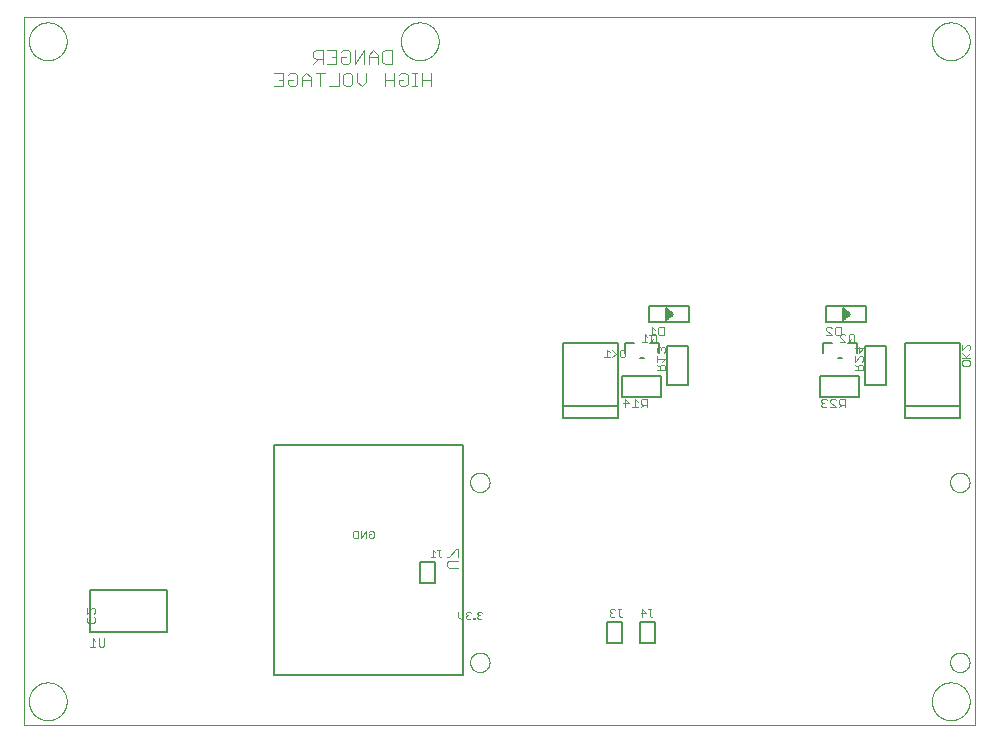
<source format=gbo>
G75*
%MOIN*%
%OFA0B0*%
%FSLAX25Y25*%
%IPPOS*%
%LPD*%
%AMOC8*
5,1,8,0,0,1.08239X$1,22.5*
%
%ADD10C,0.00000*%
%ADD11C,0.00300*%
%ADD12C,0.00400*%
%ADD13C,0.00500*%
%ADD14C,0.00600*%
%ADD15C,0.00200*%
%ADD16C,0.00800*%
D10*
X0006435Y0031850D02*
X0323435Y0031850D01*
X0323435Y0267850D01*
X0006435Y0267850D01*
X0006435Y0031850D01*
X0008136Y0039850D02*
X0008138Y0040008D01*
X0008144Y0040166D01*
X0008154Y0040324D01*
X0008168Y0040482D01*
X0008186Y0040639D01*
X0008207Y0040796D01*
X0008233Y0040952D01*
X0008263Y0041108D01*
X0008296Y0041263D01*
X0008334Y0041416D01*
X0008375Y0041569D01*
X0008420Y0041721D01*
X0008469Y0041872D01*
X0008522Y0042021D01*
X0008578Y0042169D01*
X0008638Y0042315D01*
X0008702Y0042460D01*
X0008770Y0042603D01*
X0008841Y0042745D01*
X0008915Y0042885D01*
X0008993Y0043022D01*
X0009075Y0043158D01*
X0009159Y0043292D01*
X0009248Y0043423D01*
X0009339Y0043552D01*
X0009434Y0043679D01*
X0009531Y0043804D01*
X0009632Y0043926D01*
X0009736Y0044045D01*
X0009843Y0044162D01*
X0009953Y0044276D01*
X0010066Y0044387D01*
X0010181Y0044496D01*
X0010299Y0044601D01*
X0010420Y0044703D01*
X0010543Y0044803D01*
X0010669Y0044899D01*
X0010797Y0044992D01*
X0010927Y0045082D01*
X0011060Y0045168D01*
X0011195Y0045252D01*
X0011331Y0045331D01*
X0011470Y0045408D01*
X0011611Y0045480D01*
X0011753Y0045550D01*
X0011897Y0045615D01*
X0012043Y0045677D01*
X0012190Y0045735D01*
X0012339Y0045790D01*
X0012489Y0045841D01*
X0012640Y0045888D01*
X0012792Y0045931D01*
X0012945Y0045970D01*
X0013100Y0046006D01*
X0013255Y0046037D01*
X0013411Y0046065D01*
X0013567Y0046089D01*
X0013724Y0046109D01*
X0013882Y0046125D01*
X0014039Y0046137D01*
X0014198Y0046145D01*
X0014356Y0046149D01*
X0014514Y0046149D01*
X0014672Y0046145D01*
X0014831Y0046137D01*
X0014988Y0046125D01*
X0015146Y0046109D01*
X0015303Y0046089D01*
X0015459Y0046065D01*
X0015615Y0046037D01*
X0015770Y0046006D01*
X0015925Y0045970D01*
X0016078Y0045931D01*
X0016230Y0045888D01*
X0016381Y0045841D01*
X0016531Y0045790D01*
X0016680Y0045735D01*
X0016827Y0045677D01*
X0016973Y0045615D01*
X0017117Y0045550D01*
X0017259Y0045480D01*
X0017400Y0045408D01*
X0017539Y0045331D01*
X0017675Y0045252D01*
X0017810Y0045168D01*
X0017943Y0045082D01*
X0018073Y0044992D01*
X0018201Y0044899D01*
X0018327Y0044803D01*
X0018450Y0044703D01*
X0018571Y0044601D01*
X0018689Y0044496D01*
X0018804Y0044387D01*
X0018917Y0044276D01*
X0019027Y0044162D01*
X0019134Y0044045D01*
X0019238Y0043926D01*
X0019339Y0043804D01*
X0019436Y0043679D01*
X0019531Y0043552D01*
X0019622Y0043423D01*
X0019711Y0043292D01*
X0019795Y0043158D01*
X0019877Y0043022D01*
X0019955Y0042885D01*
X0020029Y0042745D01*
X0020100Y0042603D01*
X0020168Y0042460D01*
X0020232Y0042315D01*
X0020292Y0042169D01*
X0020348Y0042021D01*
X0020401Y0041872D01*
X0020450Y0041721D01*
X0020495Y0041569D01*
X0020536Y0041416D01*
X0020574Y0041263D01*
X0020607Y0041108D01*
X0020637Y0040952D01*
X0020663Y0040796D01*
X0020684Y0040639D01*
X0020702Y0040482D01*
X0020716Y0040324D01*
X0020726Y0040166D01*
X0020732Y0040008D01*
X0020734Y0039850D01*
X0020732Y0039692D01*
X0020726Y0039534D01*
X0020716Y0039376D01*
X0020702Y0039218D01*
X0020684Y0039061D01*
X0020663Y0038904D01*
X0020637Y0038748D01*
X0020607Y0038592D01*
X0020574Y0038437D01*
X0020536Y0038284D01*
X0020495Y0038131D01*
X0020450Y0037979D01*
X0020401Y0037828D01*
X0020348Y0037679D01*
X0020292Y0037531D01*
X0020232Y0037385D01*
X0020168Y0037240D01*
X0020100Y0037097D01*
X0020029Y0036955D01*
X0019955Y0036815D01*
X0019877Y0036678D01*
X0019795Y0036542D01*
X0019711Y0036408D01*
X0019622Y0036277D01*
X0019531Y0036148D01*
X0019436Y0036021D01*
X0019339Y0035896D01*
X0019238Y0035774D01*
X0019134Y0035655D01*
X0019027Y0035538D01*
X0018917Y0035424D01*
X0018804Y0035313D01*
X0018689Y0035204D01*
X0018571Y0035099D01*
X0018450Y0034997D01*
X0018327Y0034897D01*
X0018201Y0034801D01*
X0018073Y0034708D01*
X0017943Y0034618D01*
X0017810Y0034532D01*
X0017675Y0034448D01*
X0017539Y0034369D01*
X0017400Y0034292D01*
X0017259Y0034220D01*
X0017117Y0034150D01*
X0016973Y0034085D01*
X0016827Y0034023D01*
X0016680Y0033965D01*
X0016531Y0033910D01*
X0016381Y0033859D01*
X0016230Y0033812D01*
X0016078Y0033769D01*
X0015925Y0033730D01*
X0015770Y0033694D01*
X0015615Y0033663D01*
X0015459Y0033635D01*
X0015303Y0033611D01*
X0015146Y0033591D01*
X0014988Y0033575D01*
X0014831Y0033563D01*
X0014672Y0033555D01*
X0014514Y0033551D01*
X0014356Y0033551D01*
X0014198Y0033555D01*
X0014039Y0033563D01*
X0013882Y0033575D01*
X0013724Y0033591D01*
X0013567Y0033611D01*
X0013411Y0033635D01*
X0013255Y0033663D01*
X0013100Y0033694D01*
X0012945Y0033730D01*
X0012792Y0033769D01*
X0012640Y0033812D01*
X0012489Y0033859D01*
X0012339Y0033910D01*
X0012190Y0033965D01*
X0012043Y0034023D01*
X0011897Y0034085D01*
X0011753Y0034150D01*
X0011611Y0034220D01*
X0011470Y0034292D01*
X0011331Y0034369D01*
X0011195Y0034448D01*
X0011060Y0034532D01*
X0010927Y0034618D01*
X0010797Y0034708D01*
X0010669Y0034801D01*
X0010543Y0034897D01*
X0010420Y0034997D01*
X0010299Y0035099D01*
X0010181Y0035204D01*
X0010066Y0035313D01*
X0009953Y0035424D01*
X0009843Y0035538D01*
X0009736Y0035655D01*
X0009632Y0035774D01*
X0009531Y0035896D01*
X0009434Y0036021D01*
X0009339Y0036148D01*
X0009248Y0036277D01*
X0009159Y0036408D01*
X0009075Y0036542D01*
X0008993Y0036678D01*
X0008915Y0036815D01*
X0008841Y0036955D01*
X0008770Y0037097D01*
X0008702Y0037240D01*
X0008638Y0037385D01*
X0008578Y0037531D01*
X0008522Y0037679D01*
X0008469Y0037828D01*
X0008420Y0037979D01*
X0008375Y0038131D01*
X0008334Y0038284D01*
X0008296Y0038437D01*
X0008263Y0038592D01*
X0008233Y0038748D01*
X0008207Y0038904D01*
X0008186Y0039061D01*
X0008168Y0039218D01*
X0008154Y0039376D01*
X0008144Y0039534D01*
X0008138Y0039692D01*
X0008136Y0039850D01*
X0155185Y0052850D02*
X0155187Y0052963D01*
X0155193Y0053077D01*
X0155203Y0053190D01*
X0155217Y0053302D01*
X0155234Y0053414D01*
X0155256Y0053526D01*
X0155282Y0053636D01*
X0155311Y0053746D01*
X0155344Y0053854D01*
X0155381Y0053962D01*
X0155422Y0054067D01*
X0155466Y0054172D01*
X0155514Y0054275D01*
X0155565Y0054376D01*
X0155620Y0054475D01*
X0155679Y0054572D01*
X0155741Y0054667D01*
X0155806Y0054760D01*
X0155874Y0054851D01*
X0155945Y0054939D01*
X0156020Y0055025D01*
X0156097Y0055108D01*
X0156177Y0055188D01*
X0156260Y0055265D01*
X0156346Y0055340D01*
X0156434Y0055411D01*
X0156525Y0055479D01*
X0156618Y0055544D01*
X0156713Y0055606D01*
X0156810Y0055665D01*
X0156909Y0055720D01*
X0157010Y0055771D01*
X0157113Y0055819D01*
X0157218Y0055863D01*
X0157323Y0055904D01*
X0157431Y0055941D01*
X0157539Y0055974D01*
X0157649Y0056003D01*
X0157759Y0056029D01*
X0157871Y0056051D01*
X0157983Y0056068D01*
X0158095Y0056082D01*
X0158208Y0056092D01*
X0158322Y0056098D01*
X0158435Y0056100D01*
X0158548Y0056098D01*
X0158662Y0056092D01*
X0158775Y0056082D01*
X0158887Y0056068D01*
X0158999Y0056051D01*
X0159111Y0056029D01*
X0159221Y0056003D01*
X0159331Y0055974D01*
X0159439Y0055941D01*
X0159547Y0055904D01*
X0159652Y0055863D01*
X0159757Y0055819D01*
X0159860Y0055771D01*
X0159961Y0055720D01*
X0160060Y0055665D01*
X0160157Y0055606D01*
X0160252Y0055544D01*
X0160345Y0055479D01*
X0160436Y0055411D01*
X0160524Y0055340D01*
X0160610Y0055265D01*
X0160693Y0055188D01*
X0160773Y0055108D01*
X0160850Y0055025D01*
X0160925Y0054939D01*
X0160996Y0054851D01*
X0161064Y0054760D01*
X0161129Y0054667D01*
X0161191Y0054572D01*
X0161250Y0054475D01*
X0161305Y0054376D01*
X0161356Y0054275D01*
X0161404Y0054172D01*
X0161448Y0054067D01*
X0161489Y0053962D01*
X0161526Y0053854D01*
X0161559Y0053746D01*
X0161588Y0053636D01*
X0161614Y0053526D01*
X0161636Y0053414D01*
X0161653Y0053302D01*
X0161667Y0053190D01*
X0161677Y0053077D01*
X0161683Y0052963D01*
X0161685Y0052850D01*
X0161683Y0052737D01*
X0161677Y0052623D01*
X0161667Y0052510D01*
X0161653Y0052398D01*
X0161636Y0052286D01*
X0161614Y0052174D01*
X0161588Y0052064D01*
X0161559Y0051954D01*
X0161526Y0051846D01*
X0161489Y0051738D01*
X0161448Y0051633D01*
X0161404Y0051528D01*
X0161356Y0051425D01*
X0161305Y0051324D01*
X0161250Y0051225D01*
X0161191Y0051128D01*
X0161129Y0051033D01*
X0161064Y0050940D01*
X0160996Y0050849D01*
X0160925Y0050761D01*
X0160850Y0050675D01*
X0160773Y0050592D01*
X0160693Y0050512D01*
X0160610Y0050435D01*
X0160524Y0050360D01*
X0160436Y0050289D01*
X0160345Y0050221D01*
X0160252Y0050156D01*
X0160157Y0050094D01*
X0160060Y0050035D01*
X0159961Y0049980D01*
X0159860Y0049929D01*
X0159757Y0049881D01*
X0159652Y0049837D01*
X0159547Y0049796D01*
X0159439Y0049759D01*
X0159331Y0049726D01*
X0159221Y0049697D01*
X0159111Y0049671D01*
X0158999Y0049649D01*
X0158887Y0049632D01*
X0158775Y0049618D01*
X0158662Y0049608D01*
X0158548Y0049602D01*
X0158435Y0049600D01*
X0158322Y0049602D01*
X0158208Y0049608D01*
X0158095Y0049618D01*
X0157983Y0049632D01*
X0157871Y0049649D01*
X0157759Y0049671D01*
X0157649Y0049697D01*
X0157539Y0049726D01*
X0157431Y0049759D01*
X0157323Y0049796D01*
X0157218Y0049837D01*
X0157113Y0049881D01*
X0157010Y0049929D01*
X0156909Y0049980D01*
X0156810Y0050035D01*
X0156713Y0050094D01*
X0156618Y0050156D01*
X0156525Y0050221D01*
X0156434Y0050289D01*
X0156346Y0050360D01*
X0156260Y0050435D01*
X0156177Y0050512D01*
X0156097Y0050592D01*
X0156020Y0050675D01*
X0155945Y0050761D01*
X0155874Y0050849D01*
X0155806Y0050940D01*
X0155741Y0051033D01*
X0155679Y0051128D01*
X0155620Y0051225D01*
X0155565Y0051324D01*
X0155514Y0051425D01*
X0155466Y0051528D01*
X0155422Y0051633D01*
X0155381Y0051738D01*
X0155344Y0051846D01*
X0155311Y0051954D01*
X0155282Y0052064D01*
X0155256Y0052174D01*
X0155234Y0052286D01*
X0155217Y0052398D01*
X0155203Y0052510D01*
X0155193Y0052623D01*
X0155187Y0052737D01*
X0155185Y0052850D01*
X0155185Y0112850D02*
X0155187Y0112963D01*
X0155193Y0113077D01*
X0155203Y0113190D01*
X0155217Y0113302D01*
X0155234Y0113414D01*
X0155256Y0113526D01*
X0155282Y0113636D01*
X0155311Y0113746D01*
X0155344Y0113854D01*
X0155381Y0113962D01*
X0155422Y0114067D01*
X0155466Y0114172D01*
X0155514Y0114275D01*
X0155565Y0114376D01*
X0155620Y0114475D01*
X0155679Y0114572D01*
X0155741Y0114667D01*
X0155806Y0114760D01*
X0155874Y0114851D01*
X0155945Y0114939D01*
X0156020Y0115025D01*
X0156097Y0115108D01*
X0156177Y0115188D01*
X0156260Y0115265D01*
X0156346Y0115340D01*
X0156434Y0115411D01*
X0156525Y0115479D01*
X0156618Y0115544D01*
X0156713Y0115606D01*
X0156810Y0115665D01*
X0156909Y0115720D01*
X0157010Y0115771D01*
X0157113Y0115819D01*
X0157218Y0115863D01*
X0157323Y0115904D01*
X0157431Y0115941D01*
X0157539Y0115974D01*
X0157649Y0116003D01*
X0157759Y0116029D01*
X0157871Y0116051D01*
X0157983Y0116068D01*
X0158095Y0116082D01*
X0158208Y0116092D01*
X0158322Y0116098D01*
X0158435Y0116100D01*
X0158548Y0116098D01*
X0158662Y0116092D01*
X0158775Y0116082D01*
X0158887Y0116068D01*
X0158999Y0116051D01*
X0159111Y0116029D01*
X0159221Y0116003D01*
X0159331Y0115974D01*
X0159439Y0115941D01*
X0159547Y0115904D01*
X0159652Y0115863D01*
X0159757Y0115819D01*
X0159860Y0115771D01*
X0159961Y0115720D01*
X0160060Y0115665D01*
X0160157Y0115606D01*
X0160252Y0115544D01*
X0160345Y0115479D01*
X0160436Y0115411D01*
X0160524Y0115340D01*
X0160610Y0115265D01*
X0160693Y0115188D01*
X0160773Y0115108D01*
X0160850Y0115025D01*
X0160925Y0114939D01*
X0160996Y0114851D01*
X0161064Y0114760D01*
X0161129Y0114667D01*
X0161191Y0114572D01*
X0161250Y0114475D01*
X0161305Y0114376D01*
X0161356Y0114275D01*
X0161404Y0114172D01*
X0161448Y0114067D01*
X0161489Y0113962D01*
X0161526Y0113854D01*
X0161559Y0113746D01*
X0161588Y0113636D01*
X0161614Y0113526D01*
X0161636Y0113414D01*
X0161653Y0113302D01*
X0161667Y0113190D01*
X0161677Y0113077D01*
X0161683Y0112963D01*
X0161685Y0112850D01*
X0161683Y0112737D01*
X0161677Y0112623D01*
X0161667Y0112510D01*
X0161653Y0112398D01*
X0161636Y0112286D01*
X0161614Y0112174D01*
X0161588Y0112064D01*
X0161559Y0111954D01*
X0161526Y0111846D01*
X0161489Y0111738D01*
X0161448Y0111633D01*
X0161404Y0111528D01*
X0161356Y0111425D01*
X0161305Y0111324D01*
X0161250Y0111225D01*
X0161191Y0111128D01*
X0161129Y0111033D01*
X0161064Y0110940D01*
X0160996Y0110849D01*
X0160925Y0110761D01*
X0160850Y0110675D01*
X0160773Y0110592D01*
X0160693Y0110512D01*
X0160610Y0110435D01*
X0160524Y0110360D01*
X0160436Y0110289D01*
X0160345Y0110221D01*
X0160252Y0110156D01*
X0160157Y0110094D01*
X0160060Y0110035D01*
X0159961Y0109980D01*
X0159860Y0109929D01*
X0159757Y0109881D01*
X0159652Y0109837D01*
X0159547Y0109796D01*
X0159439Y0109759D01*
X0159331Y0109726D01*
X0159221Y0109697D01*
X0159111Y0109671D01*
X0158999Y0109649D01*
X0158887Y0109632D01*
X0158775Y0109618D01*
X0158662Y0109608D01*
X0158548Y0109602D01*
X0158435Y0109600D01*
X0158322Y0109602D01*
X0158208Y0109608D01*
X0158095Y0109618D01*
X0157983Y0109632D01*
X0157871Y0109649D01*
X0157759Y0109671D01*
X0157649Y0109697D01*
X0157539Y0109726D01*
X0157431Y0109759D01*
X0157323Y0109796D01*
X0157218Y0109837D01*
X0157113Y0109881D01*
X0157010Y0109929D01*
X0156909Y0109980D01*
X0156810Y0110035D01*
X0156713Y0110094D01*
X0156618Y0110156D01*
X0156525Y0110221D01*
X0156434Y0110289D01*
X0156346Y0110360D01*
X0156260Y0110435D01*
X0156177Y0110512D01*
X0156097Y0110592D01*
X0156020Y0110675D01*
X0155945Y0110761D01*
X0155874Y0110849D01*
X0155806Y0110940D01*
X0155741Y0111033D01*
X0155679Y0111128D01*
X0155620Y0111225D01*
X0155565Y0111324D01*
X0155514Y0111425D01*
X0155466Y0111528D01*
X0155422Y0111633D01*
X0155381Y0111738D01*
X0155344Y0111846D01*
X0155311Y0111954D01*
X0155282Y0112064D01*
X0155256Y0112174D01*
X0155234Y0112286D01*
X0155217Y0112398D01*
X0155203Y0112510D01*
X0155193Y0112623D01*
X0155187Y0112737D01*
X0155185Y0112850D01*
X0309136Y0039850D02*
X0309138Y0040008D01*
X0309144Y0040166D01*
X0309154Y0040324D01*
X0309168Y0040482D01*
X0309186Y0040639D01*
X0309207Y0040796D01*
X0309233Y0040952D01*
X0309263Y0041108D01*
X0309296Y0041263D01*
X0309334Y0041416D01*
X0309375Y0041569D01*
X0309420Y0041721D01*
X0309469Y0041872D01*
X0309522Y0042021D01*
X0309578Y0042169D01*
X0309638Y0042315D01*
X0309702Y0042460D01*
X0309770Y0042603D01*
X0309841Y0042745D01*
X0309915Y0042885D01*
X0309993Y0043022D01*
X0310075Y0043158D01*
X0310159Y0043292D01*
X0310248Y0043423D01*
X0310339Y0043552D01*
X0310434Y0043679D01*
X0310531Y0043804D01*
X0310632Y0043926D01*
X0310736Y0044045D01*
X0310843Y0044162D01*
X0310953Y0044276D01*
X0311066Y0044387D01*
X0311181Y0044496D01*
X0311299Y0044601D01*
X0311420Y0044703D01*
X0311543Y0044803D01*
X0311669Y0044899D01*
X0311797Y0044992D01*
X0311927Y0045082D01*
X0312060Y0045168D01*
X0312195Y0045252D01*
X0312331Y0045331D01*
X0312470Y0045408D01*
X0312611Y0045480D01*
X0312753Y0045550D01*
X0312897Y0045615D01*
X0313043Y0045677D01*
X0313190Y0045735D01*
X0313339Y0045790D01*
X0313489Y0045841D01*
X0313640Y0045888D01*
X0313792Y0045931D01*
X0313945Y0045970D01*
X0314100Y0046006D01*
X0314255Y0046037D01*
X0314411Y0046065D01*
X0314567Y0046089D01*
X0314724Y0046109D01*
X0314882Y0046125D01*
X0315039Y0046137D01*
X0315198Y0046145D01*
X0315356Y0046149D01*
X0315514Y0046149D01*
X0315672Y0046145D01*
X0315831Y0046137D01*
X0315988Y0046125D01*
X0316146Y0046109D01*
X0316303Y0046089D01*
X0316459Y0046065D01*
X0316615Y0046037D01*
X0316770Y0046006D01*
X0316925Y0045970D01*
X0317078Y0045931D01*
X0317230Y0045888D01*
X0317381Y0045841D01*
X0317531Y0045790D01*
X0317680Y0045735D01*
X0317827Y0045677D01*
X0317973Y0045615D01*
X0318117Y0045550D01*
X0318259Y0045480D01*
X0318400Y0045408D01*
X0318539Y0045331D01*
X0318675Y0045252D01*
X0318810Y0045168D01*
X0318943Y0045082D01*
X0319073Y0044992D01*
X0319201Y0044899D01*
X0319327Y0044803D01*
X0319450Y0044703D01*
X0319571Y0044601D01*
X0319689Y0044496D01*
X0319804Y0044387D01*
X0319917Y0044276D01*
X0320027Y0044162D01*
X0320134Y0044045D01*
X0320238Y0043926D01*
X0320339Y0043804D01*
X0320436Y0043679D01*
X0320531Y0043552D01*
X0320622Y0043423D01*
X0320711Y0043292D01*
X0320795Y0043158D01*
X0320877Y0043022D01*
X0320955Y0042885D01*
X0321029Y0042745D01*
X0321100Y0042603D01*
X0321168Y0042460D01*
X0321232Y0042315D01*
X0321292Y0042169D01*
X0321348Y0042021D01*
X0321401Y0041872D01*
X0321450Y0041721D01*
X0321495Y0041569D01*
X0321536Y0041416D01*
X0321574Y0041263D01*
X0321607Y0041108D01*
X0321637Y0040952D01*
X0321663Y0040796D01*
X0321684Y0040639D01*
X0321702Y0040482D01*
X0321716Y0040324D01*
X0321726Y0040166D01*
X0321732Y0040008D01*
X0321734Y0039850D01*
X0321732Y0039692D01*
X0321726Y0039534D01*
X0321716Y0039376D01*
X0321702Y0039218D01*
X0321684Y0039061D01*
X0321663Y0038904D01*
X0321637Y0038748D01*
X0321607Y0038592D01*
X0321574Y0038437D01*
X0321536Y0038284D01*
X0321495Y0038131D01*
X0321450Y0037979D01*
X0321401Y0037828D01*
X0321348Y0037679D01*
X0321292Y0037531D01*
X0321232Y0037385D01*
X0321168Y0037240D01*
X0321100Y0037097D01*
X0321029Y0036955D01*
X0320955Y0036815D01*
X0320877Y0036678D01*
X0320795Y0036542D01*
X0320711Y0036408D01*
X0320622Y0036277D01*
X0320531Y0036148D01*
X0320436Y0036021D01*
X0320339Y0035896D01*
X0320238Y0035774D01*
X0320134Y0035655D01*
X0320027Y0035538D01*
X0319917Y0035424D01*
X0319804Y0035313D01*
X0319689Y0035204D01*
X0319571Y0035099D01*
X0319450Y0034997D01*
X0319327Y0034897D01*
X0319201Y0034801D01*
X0319073Y0034708D01*
X0318943Y0034618D01*
X0318810Y0034532D01*
X0318675Y0034448D01*
X0318539Y0034369D01*
X0318400Y0034292D01*
X0318259Y0034220D01*
X0318117Y0034150D01*
X0317973Y0034085D01*
X0317827Y0034023D01*
X0317680Y0033965D01*
X0317531Y0033910D01*
X0317381Y0033859D01*
X0317230Y0033812D01*
X0317078Y0033769D01*
X0316925Y0033730D01*
X0316770Y0033694D01*
X0316615Y0033663D01*
X0316459Y0033635D01*
X0316303Y0033611D01*
X0316146Y0033591D01*
X0315988Y0033575D01*
X0315831Y0033563D01*
X0315672Y0033555D01*
X0315514Y0033551D01*
X0315356Y0033551D01*
X0315198Y0033555D01*
X0315039Y0033563D01*
X0314882Y0033575D01*
X0314724Y0033591D01*
X0314567Y0033611D01*
X0314411Y0033635D01*
X0314255Y0033663D01*
X0314100Y0033694D01*
X0313945Y0033730D01*
X0313792Y0033769D01*
X0313640Y0033812D01*
X0313489Y0033859D01*
X0313339Y0033910D01*
X0313190Y0033965D01*
X0313043Y0034023D01*
X0312897Y0034085D01*
X0312753Y0034150D01*
X0312611Y0034220D01*
X0312470Y0034292D01*
X0312331Y0034369D01*
X0312195Y0034448D01*
X0312060Y0034532D01*
X0311927Y0034618D01*
X0311797Y0034708D01*
X0311669Y0034801D01*
X0311543Y0034897D01*
X0311420Y0034997D01*
X0311299Y0035099D01*
X0311181Y0035204D01*
X0311066Y0035313D01*
X0310953Y0035424D01*
X0310843Y0035538D01*
X0310736Y0035655D01*
X0310632Y0035774D01*
X0310531Y0035896D01*
X0310434Y0036021D01*
X0310339Y0036148D01*
X0310248Y0036277D01*
X0310159Y0036408D01*
X0310075Y0036542D01*
X0309993Y0036678D01*
X0309915Y0036815D01*
X0309841Y0036955D01*
X0309770Y0037097D01*
X0309702Y0037240D01*
X0309638Y0037385D01*
X0309578Y0037531D01*
X0309522Y0037679D01*
X0309469Y0037828D01*
X0309420Y0037979D01*
X0309375Y0038131D01*
X0309334Y0038284D01*
X0309296Y0038437D01*
X0309263Y0038592D01*
X0309233Y0038748D01*
X0309207Y0038904D01*
X0309186Y0039061D01*
X0309168Y0039218D01*
X0309154Y0039376D01*
X0309144Y0039534D01*
X0309138Y0039692D01*
X0309136Y0039850D01*
X0315185Y0052850D02*
X0315187Y0052963D01*
X0315193Y0053077D01*
X0315203Y0053190D01*
X0315217Y0053302D01*
X0315234Y0053414D01*
X0315256Y0053526D01*
X0315282Y0053636D01*
X0315311Y0053746D01*
X0315344Y0053854D01*
X0315381Y0053962D01*
X0315422Y0054067D01*
X0315466Y0054172D01*
X0315514Y0054275D01*
X0315565Y0054376D01*
X0315620Y0054475D01*
X0315679Y0054572D01*
X0315741Y0054667D01*
X0315806Y0054760D01*
X0315874Y0054851D01*
X0315945Y0054939D01*
X0316020Y0055025D01*
X0316097Y0055108D01*
X0316177Y0055188D01*
X0316260Y0055265D01*
X0316346Y0055340D01*
X0316434Y0055411D01*
X0316525Y0055479D01*
X0316618Y0055544D01*
X0316713Y0055606D01*
X0316810Y0055665D01*
X0316909Y0055720D01*
X0317010Y0055771D01*
X0317113Y0055819D01*
X0317218Y0055863D01*
X0317323Y0055904D01*
X0317431Y0055941D01*
X0317539Y0055974D01*
X0317649Y0056003D01*
X0317759Y0056029D01*
X0317871Y0056051D01*
X0317983Y0056068D01*
X0318095Y0056082D01*
X0318208Y0056092D01*
X0318322Y0056098D01*
X0318435Y0056100D01*
X0318548Y0056098D01*
X0318662Y0056092D01*
X0318775Y0056082D01*
X0318887Y0056068D01*
X0318999Y0056051D01*
X0319111Y0056029D01*
X0319221Y0056003D01*
X0319331Y0055974D01*
X0319439Y0055941D01*
X0319547Y0055904D01*
X0319652Y0055863D01*
X0319757Y0055819D01*
X0319860Y0055771D01*
X0319961Y0055720D01*
X0320060Y0055665D01*
X0320157Y0055606D01*
X0320252Y0055544D01*
X0320345Y0055479D01*
X0320436Y0055411D01*
X0320524Y0055340D01*
X0320610Y0055265D01*
X0320693Y0055188D01*
X0320773Y0055108D01*
X0320850Y0055025D01*
X0320925Y0054939D01*
X0320996Y0054851D01*
X0321064Y0054760D01*
X0321129Y0054667D01*
X0321191Y0054572D01*
X0321250Y0054475D01*
X0321305Y0054376D01*
X0321356Y0054275D01*
X0321404Y0054172D01*
X0321448Y0054067D01*
X0321489Y0053962D01*
X0321526Y0053854D01*
X0321559Y0053746D01*
X0321588Y0053636D01*
X0321614Y0053526D01*
X0321636Y0053414D01*
X0321653Y0053302D01*
X0321667Y0053190D01*
X0321677Y0053077D01*
X0321683Y0052963D01*
X0321685Y0052850D01*
X0321683Y0052737D01*
X0321677Y0052623D01*
X0321667Y0052510D01*
X0321653Y0052398D01*
X0321636Y0052286D01*
X0321614Y0052174D01*
X0321588Y0052064D01*
X0321559Y0051954D01*
X0321526Y0051846D01*
X0321489Y0051738D01*
X0321448Y0051633D01*
X0321404Y0051528D01*
X0321356Y0051425D01*
X0321305Y0051324D01*
X0321250Y0051225D01*
X0321191Y0051128D01*
X0321129Y0051033D01*
X0321064Y0050940D01*
X0320996Y0050849D01*
X0320925Y0050761D01*
X0320850Y0050675D01*
X0320773Y0050592D01*
X0320693Y0050512D01*
X0320610Y0050435D01*
X0320524Y0050360D01*
X0320436Y0050289D01*
X0320345Y0050221D01*
X0320252Y0050156D01*
X0320157Y0050094D01*
X0320060Y0050035D01*
X0319961Y0049980D01*
X0319860Y0049929D01*
X0319757Y0049881D01*
X0319652Y0049837D01*
X0319547Y0049796D01*
X0319439Y0049759D01*
X0319331Y0049726D01*
X0319221Y0049697D01*
X0319111Y0049671D01*
X0318999Y0049649D01*
X0318887Y0049632D01*
X0318775Y0049618D01*
X0318662Y0049608D01*
X0318548Y0049602D01*
X0318435Y0049600D01*
X0318322Y0049602D01*
X0318208Y0049608D01*
X0318095Y0049618D01*
X0317983Y0049632D01*
X0317871Y0049649D01*
X0317759Y0049671D01*
X0317649Y0049697D01*
X0317539Y0049726D01*
X0317431Y0049759D01*
X0317323Y0049796D01*
X0317218Y0049837D01*
X0317113Y0049881D01*
X0317010Y0049929D01*
X0316909Y0049980D01*
X0316810Y0050035D01*
X0316713Y0050094D01*
X0316618Y0050156D01*
X0316525Y0050221D01*
X0316434Y0050289D01*
X0316346Y0050360D01*
X0316260Y0050435D01*
X0316177Y0050512D01*
X0316097Y0050592D01*
X0316020Y0050675D01*
X0315945Y0050761D01*
X0315874Y0050849D01*
X0315806Y0050940D01*
X0315741Y0051033D01*
X0315679Y0051128D01*
X0315620Y0051225D01*
X0315565Y0051324D01*
X0315514Y0051425D01*
X0315466Y0051528D01*
X0315422Y0051633D01*
X0315381Y0051738D01*
X0315344Y0051846D01*
X0315311Y0051954D01*
X0315282Y0052064D01*
X0315256Y0052174D01*
X0315234Y0052286D01*
X0315217Y0052398D01*
X0315203Y0052510D01*
X0315193Y0052623D01*
X0315187Y0052737D01*
X0315185Y0052850D01*
X0315185Y0112850D02*
X0315187Y0112963D01*
X0315193Y0113077D01*
X0315203Y0113190D01*
X0315217Y0113302D01*
X0315234Y0113414D01*
X0315256Y0113526D01*
X0315282Y0113636D01*
X0315311Y0113746D01*
X0315344Y0113854D01*
X0315381Y0113962D01*
X0315422Y0114067D01*
X0315466Y0114172D01*
X0315514Y0114275D01*
X0315565Y0114376D01*
X0315620Y0114475D01*
X0315679Y0114572D01*
X0315741Y0114667D01*
X0315806Y0114760D01*
X0315874Y0114851D01*
X0315945Y0114939D01*
X0316020Y0115025D01*
X0316097Y0115108D01*
X0316177Y0115188D01*
X0316260Y0115265D01*
X0316346Y0115340D01*
X0316434Y0115411D01*
X0316525Y0115479D01*
X0316618Y0115544D01*
X0316713Y0115606D01*
X0316810Y0115665D01*
X0316909Y0115720D01*
X0317010Y0115771D01*
X0317113Y0115819D01*
X0317218Y0115863D01*
X0317323Y0115904D01*
X0317431Y0115941D01*
X0317539Y0115974D01*
X0317649Y0116003D01*
X0317759Y0116029D01*
X0317871Y0116051D01*
X0317983Y0116068D01*
X0318095Y0116082D01*
X0318208Y0116092D01*
X0318322Y0116098D01*
X0318435Y0116100D01*
X0318548Y0116098D01*
X0318662Y0116092D01*
X0318775Y0116082D01*
X0318887Y0116068D01*
X0318999Y0116051D01*
X0319111Y0116029D01*
X0319221Y0116003D01*
X0319331Y0115974D01*
X0319439Y0115941D01*
X0319547Y0115904D01*
X0319652Y0115863D01*
X0319757Y0115819D01*
X0319860Y0115771D01*
X0319961Y0115720D01*
X0320060Y0115665D01*
X0320157Y0115606D01*
X0320252Y0115544D01*
X0320345Y0115479D01*
X0320436Y0115411D01*
X0320524Y0115340D01*
X0320610Y0115265D01*
X0320693Y0115188D01*
X0320773Y0115108D01*
X0320850Y0115025D01*
X0320925Y0114939D01*
X0320996Y0114851D01*
X0321064Y0114760D01*
X0321129Y0114667D01*
X0321191Y0114572D01*
X0321250Y0114475D01*
X0321305Y0114376D01*
X0321356Y0114275D01*
X0321404Y0114172D01*
X0321448Y0114067D01*
X0321489Y0113962D01*
X0321526Y0113854D01*
X0321559Y0113746D01*
X0321588Y0113636D01*
X0321614Y0113526D01*
X0321636Y0113414D01*
X0321653Y0113302D01*
X0321667Y0113190D01*
X0321677Y0113077D01*
X0321683Y0112963D01*
X0321685Y0112850D01*
X0321683Y0112737D01*
X0321677Y0112623D01*
X0321667Y0112510D01*
X0321653Y0112398D01*
X0321636Y0112286D01*
X0321614Y0112174D01*
X0321588Y0112064D01*
X0321559Y0111954D01*
X0321526Y0111846D01*
X0321489Y0111738D01*
X0321448Y0111633D01*
X0321404Y0111528D01*
X0321356Y0111425D01*
X0321305Y0111324D01*
X0321250Y0111225D01*
X0321191Y0111128D01*
X0321129Y0111033D01*
X0321064Y0110940D01*
X0320996Y0110849D01*
X0320925Y0110761D01*
X0320850Y0110675D01*
X0320773Y0110592D01*
X0320693Y0110512D01*
X0320610Y0110435D01*
X0320524Y0110360D01*
X0320436Y0110289D01*
X0320345Y0110221D01*
X0320252Y0110156D01*
X0320157Y0110094D01*
X0320060Y0110035D01*
X0319961Y0109980D01*
X0319860Y0109929D01*
X0319757Y0109881D01*
X0319652Y0109837D01*
X0319547Y0109796D01*
X0319439Y0109759D01*
X0319331Y0109726D01*
X0319221Y0109697D01*
X0319111Y0109671D01*
X0318999Y0109649D01*
X0318887Y0109632D01*
X0318775Y0109618D01*
X0318662Y0109608D01*
X0318548Y0109602D01*
X0318435Y0109600D01*
X0318322Y0109602D01*
X0318208Y0109608D01*
X0318095Y0109618D01*
X0317983Y0109632D01*
X0317871Y0109649D01*
X0317759Y0109671D01*
X0317649Y0109697D01*
X0317539Y0109726D01*
X0317431Y0109759D01*
X0317323Y0109796D01*
X0317218Y0109837D01*
X0317113Y0109881D01*
X0317010Y0109929D01*
X0316909Y0109980D01*
X0316810Y0110035D01*
X0316713Y0110094D01*
X0316618Y0110156D01*
X0316525Y0110221D01*
X0316434Y0110289D01*
X0316346Y0110360D01*
X0316260Y0110435D01*
X0316177Y0110512D01*
X0316097Y0110592D01*
X0316020Y0110675D01*
X0315945Y0110761D01*
X0315874Y0110849D01*
X0315806Y0110940D01*
X0315741Y0111033D01*
X0315679Y0111128D01*
X0315620Y0111225D01*
X0315565Y0111324D01*
X0315514Y0111425D01*
X0315466Y0111528D01*
X0315422Y0111633D01*
X0315381Y0111738D01*
X0315344Y0111846D01*
X0315311Y0111954D01*
X0315282Y0112064D01*
X0315256Y0112174D01*
X0315234Y0112286D01*
X0315217Y0112398D01*
X0315203Y0112510D01*
X0315193Y0112623D01*
X0315187Y0112737D01*
X0315185Y0112850D01*
X0309136Y0259850D02*
X0309138Y0260008D01*
X0309144Y0260166D01*
X0309154Y0260324D01*
X0309168Y0260482D01*
X0309186Y0260639D01*
X0309207Y0260796D01*
X0309233Y0260952D01*
X0309263Y0261108D01*
X0309296Y0261263D01*
X0309334Y0261416D01*
X0309375Y0261569D01*
X0309420Y0261721D01*
X0309469Y0261872D01*
X0309522Y0262021D01*
X0309578Y0262169D01*
X0309638Y0262315D01*
X0309702Y0262460D01*
X0309770Y0262603D01*
X0309841Y0262745D01*
X0309915Y0262885D01*
X0309993Y0263022D01*
X0310075Y0263158D01*
X0310159Y0263292D01*
X0310248Y0263423D01*
X0310339Y0263552D01*
X0310434Y0263679D01*
X0310531Y0263804D01*
X0310632Y0263926D01*
X0310736Y0264045D01*
X0310843Y0264162D01*
X0310953Y0264276D01*
X0311066Y0264387D01*
X0311181Y0264496D01*
X0311299Y0264601D01*
X0311420Y0264703D01*
X0311543Y0264803D01*
X0311669Y0264899D01*
X0311797Y0264992D01*
X0311927Y0265082D01*
X0312060Y0265168D01*
X0312195Y0265252D01*
X0312331Y0265331D01*
X0312470Y0265408D01*
X0312611Y0265480D01*
X0312753Y0265550D01*
X0312897Y0265615D01*
X0313043Y0265677D01*
X0313190Y0265735D01*
X0313339Y0265790D01*
X0313489Y0265841D01*
X0313640Y0265888D01*
X0313792Y0265931D01*
X0313945Y0265970D01*
X0314100Y0266006D01*
X0314255Y0266037D01*
X0314411Y0266065D01*
X0314567Y0266089D01*
X0314724Y0266109D01*
X0314882Y0266125D01*
X0315039Y0266137D01*
X0315198Y0266145D01*
X0315356Y0266149D01*
X0315514Y0266149D01*
X0315672Y0266145D01*
X0315831Y0266137D01*
X0315988Y0266125D01*
X0316146Y0266109D01*
X0316303Y0266089D01*
X0316459Y0266065D01*
X0316615Y0266037D01*
X0316770Y0266006D01*
X0316925Y0265970D01*
X0317078Y0265931D01*
X0317230Y0265888D01*
X0317381Y0265841D01*
X0317531Y0265790D01*
X0317680Y0265735D01*
X0317827Y0265677D01*
X0317973Y0265615D01*
X0318117Y0265550D01*
X0318259Y0265480D01*
X0318400Y0265408D01*
X0318539Y0265331D01*
X0318675Y0265252D01*
X0318810Y0265168D01*
X0318943Y0265082D01*
X0319073Y0264992D01*
X0319201Y0264899D01*
X0319327Y0264803D01*
X0319450Y0264703D01*
X0319571Y0264601D01*
X0319689Y0264496D01*
X0319804Y0264387D01*
X0319917Y0264276D01*
X0320027Y0264162D01*
X0320134Y0264045D01*
X0320238Y0263926D01*
X0320339Y0263804D01*
X0320436Y0263679D01*
X0320531Y0263552D01*
X0320622Y0263423D01*
X0320711Y0263292D01*
X0320795Y0263158D01*
X0320877Y0263022D01*
X0320955Y0262885D01*
X0321029Y0262745D01*
X0321100Y0262603D01*
X0321168Y0262460D01*
X0321232Y0262315D01*
X0321292Y0262169D01*
X0321348Y0262021D01*
X0321401Y0261872D01*
X0321450Y0261721D01*
X0321495Y0261569D01*
X0321536Y0261416D01*
X0321574Y0261263D01*
X0321607Y0261108D01*
X0321637Y0260952D01*
X0321663Y0260796D01*
X0321684Y0260639D01*
X0321702Y0260482D01*
X0321716Y0260324D01*
X0321726Y0260166D01*
X0321732Y0260008D01*
X0321734Y0259850D01*
X0321732Y0259692D01*
X0321726Y0259534D01*
X0321716Y0259376D01*
X0321702Y0259218D01*
X0321684Y0259061D01*
X0321663Y0258904D01*
X0321637Y0258748D01*
X0321607Y0258592D01*
X0321574Y0258437D01*
X0321536Y0258284D01*
X0321495Y0258131D01*
X0321450Y0257979D01*
X0321401Y0257828D01*
X0321348Y0257679D01*
X0321292Y0257531D01*
X0321232Y0257385D01*
X0321168Y0257240D01*
X0321100Y0257097D01*
X0321029Y0256955D01*
X0320955Y0256815D01*
X0320877Y0256678D01*
X0320795Y0256542D01*
X0320711Y0256408D01*
X0320622Y0256277D01*
X0320531Y0256148D01*
X0320436Y0256021D01*
X0320339Y0255896D01*
X0320238Y0255774D01*
X0320134Y0255655D01*
X0320027Y0255538D01*
X0319917Y0255424D01*
X0319804Y0255313D01*
X0319689Y0255204D01*
X0319571Y0255099D01*
X0319450Y0254997D01*
X0319327Y0254897D01*
X0319201Y0254801D01*
X0319073Y0254708D01*
X0318943Y0254618D01*
X0318810Y0254532D01*
X0318675Y0254448D01*
X0318539Y0254369D01*
X0318400Y0254292D01*
X0318259Y0254220D01*
X0318117Y0254150D01*
X0317973Y0254085D01*
X0317827Y0254023D01*
X0317680Y0253965D01*
X0317531Y0253910D01*
X0317381Y0253859D01*
X0317230Y0253812D01*
X0317078Y0253769D01*
X0316925Y0253730D01*
X0316770Y0253694D01*
X0316615Y0253663D01*
X0316459Y0253635D01*
X0316303Y0253611D01*
X0316146Y0253591D01*
X0315988Y0253575D01*
X0315831Y0253563D01*
X0315672Y0253555D01*
X0315514Y0253551D01*
X0315356Y0253551D01*
X0315198Y0253555D01*
X0315039Y0253563D01*
X0314882Y0253575D01*
X0314724Y0253591D01*
X0314567Y0253611D01*
X0314411Y0253635D01*
X0314255Y0253663D01*
X0314100Y0253694D01*
X0313945Y0253730D01*
X0313792Y0253769D01*
X0313640Y0253812D01*
X0313489Y0253859D01*
X0313339Y0253910D01*
X0313190Y0253965D01*
X0313043Y0254023D01*
X0312897Y0254085D01*
X0312753Y0254150D01*
X0312611Y0254220D01*
X0312470Y0254292D01*
X0312331Y0254369D01*
X0312195Y0254448D01*
X0312060Y0254532D01*
X0311927Y0254618D01*
X0311797Y0254708D01*
X0311669Y0254801D01*
X0311543Y0254897D01*
X0311420Y0254997D01*
X0311299Y0255099D01*
X0311181Y0255204D01*
X0311066Y0255313D01*
X0310953Y0255424D01*
X0310843Y0255538D01*
X0310736Y0255655D01*
X0310632Y0255774D01*
X0310531Y0255896D01*
X0310434Y0256021D01*
X0310339Y0256148D01*
X0310248Y0256277D01*
X0310159Y0256408D01*
X0310075Y0256542D01*
X0309993Y0256678D01*
X0309915Y0256815D01*
X0309841Y0256955D01*
X0309770Y0257097D01*
X0309702Y0257240D01*
X0309638Y0257385D01*
X0309578Y0257531D01*
X0309522Y0257679D01*
X0309469Y0257828D01*
X0309420Y0257979D01*
X0309375Y0258131D01*
X0309334Y0258284D01*
X0309296Y0258437D01*
X0309263Y0258592D01*
X0309233Y0258748D01*
X0309207Y0258904D01*
X0309186Y0259061D01*
X0309168Y0259218D01*
X0309154Y0259376D01*
X0309144Y0259534D01*
X0309138Y0259692D01*
X0309136Y0259850D01*
X0132136Y0259850D02*
X0132138Y0260008D01*
X0132144Y0260166D01*
X0132154Y0260324D01*
X0132168Y0260482D01*
X0132186Y0260639D01*
X0132207Y0260796D01*
X0132233Y0260952D01*
X0132263Y0261108D01*
X0132296Y0261263D01*
X0132334Y0261416D01*
X0132375Y0261569D01*
X0132420Y0261721D01*
X0132469Y0261872D01*
X0132522Y0262021D01*
X0132578Y0262169D01*
X0132638Y0262315D01*
X0132702Y0262460D01*
X0132770Y0262603D01*
X0132841Y0262745D01*
X0132915Y0262885D01*
X0132993Y0263022D01*
X0133075Y0263158D01*
X0133159Y0263292D01*
X0133248Y0263423D01*
X0133339Y0263552D01*
X0133434Y0263679D01*
X0133531Y0263804D01*
X0133632Y0263926D01*
X0133736Y0264045D01*
X0133843Y0264162D01*
X0133953Y0264276D01*
X0134066Y0264387D01*
X0134181Y0264496D01*
X0134299Y0264601D01*
X0134420Y0264703D01*
X0134543Y0264803D01*
X0134669Y0264899D01*
X0134797Y0264992D01*
X0134927Y0265082D01*
X0135060Y0265168D01*
X0135195Y0265252D01*
X0135331Y0265331D01*
X0135470Y0265408D01*
X0135611Y0265480D01*
X0135753Y0265550D01*
X0135897Y0265615D01*
X0136043Y0265677D01*
X0136190Y0265735D01*
X0136339Y0265790D01*
X0136489Y0265841D01*
X0136640Y0265888D01*
X0136792Y0265931D01*
X0136945Y0265970D01*
X0137100Y0266006D01*
X0137255Y0266037D01*
X0137411Y0266065D01*
X0137567Y0266089D01*
X0137724Y0266109D01*
X0137882Y0266125D01*
X0138039Y0266137D01*
X0138198Y0266145D01*
X0138356Y0266149D01*
X0138514Y0266149D01*
X0138672Y0266145D01*
X0138831Y0266137D01*
X0138988Y0266125D01*
X0139146Y0266109D01*
X0139303Y0266089D01*
X0139459Y0266065D01*
X0139615Y0266037D01*
X0139770Y0266006D01*
X0139925Y0265970D01*
X0140078Y0265931D01*
X0140230Y0265888D01*
X0140381Y0265841D01*
X0140531Y0265790D01*
X0140680Y0265735D01*
X0140827Y0265677D01*
X0140973Y0265615D01*
X0141117Y0265550D01*
X0141259Y0265480D01*
X0141400Y0265408D01*
X0141539Y0265331D01*
X0141675Y0265252D01*
X0141810Y0265168D01*
X0141943Y0265082D01*
X0142073Y0264992D01*
X0142201Y0264899D01*
X0142327Y0264803D01*
X0142450Y0264703D01*
X0142571Y0264601D01*
X0142689Y0264496D01*
X0142804Y0264387D01*
X0142917Y0264276D01*
X0143027Y0264162D01*
X0143134Y0264045D01*
X0143238Y0263926D01*
X0143339Y0263804D01*
X0143436Y0263679D01*
X0143531Y0263552D01*
X0143622Y0263423D01*
X0143711Y0263292D01*
X0143795Y0263158D01*
X0143877Y0263022D01*
X0143955Y0262885D01*
X0144029Y0262745D01*
X0144100Y0262603D01*
X0144168Y0262460D01*
X0144232Y0262315D01*
X0144292Y0262169D01*
X0144348Y0262021D01*
X0144401Y0261872D01*
X0144450Y0261721D01*
X0144495Y0261569D01*
X0144536Y0261416D01*
X0144574Y0261263D01*
X0144607Y0261108D01*
X0144637Y0260952D01*
X0144663Y0260796D01*
X0144684Y0260639D01*
X0144702Y0260482D01*
X0144716Y0260324D01*
X0144726Y0260166D01*
X0144732Y0260008D01*
X0144734Y0259850D01*
X0144732Y0259692D01*
X0144726Y0259534D01*
X0144716Y0259376D01*
X0144702Y0259218D01*
X0144684Y0259061D01*
X0144663Y0258904D01*
X0144637Y0258748D01*
X0144607Y0258592D01*
X0144574Y0258437D01*
X0144536Y0258284D01*
X0144495Y0258131D01*
X0144450Y0257979D01*
X0144401Y0257828D01*
X0144348Y0257679D01*
X0144292Y0257531D01*
X0144232Y0257385D01*
X0144168Y0257240D01*
X0144100Y0257097D01*
X0144029Y0256955D01*
X0143955Y0256815D01*
X0143877Y0256678D01*
X0143795Y0256542D01*
X0143711Y0256408D01*
X0143622Y0256277D01*
X0143531Y0256148D01*
X0143436Y0256021D01*
X0143339Y0255896D01*
X0143238Y0255774D01*
X0143134Y0255655D01*
X0143027Y0255538D01*
X0142917Y0255424D01*
X0142804Y0255313D01*
X0142689Y0255204D01*
X0142571Y0255099D01*
X0142450Y0254997D01*
X0142327Y0254897D01*
X0142201Y0254801D01*
X0142073Y0254708D01*
X0141943Y0254618D01*
X0141810Y0254532D01*
X0141675Y0254448D01*
X0141539Y0254369D01*
X0141400Y0254292D01*
X0141259Y0254220D01*
X0141117Y0254150D01*
X0140973Y0254085D01*
X0140827Y0254023D01*
X0140680Y0253965D01*
X0140531Y0253910D01*
X0140381Y0253859D01*
X0140230Y0253812D01*
X0140078Y0253769D01*
X0139925Y0253730D01*
X0139770Y0253694D01*
X0139615Y0253663D01*
X0139459Y0253635D01*
X0139303Y0253611D01*
X0139146Y0253591D01*
X0138988Y0253575D01*
X0138831Y0253563D01*
X0138672Y0253555D01*
X0138514Y0253551D01*
X0138356Y0253551D01*
X0138198Y0253555D01*
X0138039Y0253563D01*
X0137882Y0253575D01*
X0137724Y0253591D01*
X0137567Y0253611D01*
X0137411Y0253635D01*
X0137255Y0253663D01*
X0137100Y0253694D01*
X0136945Y0253730D01*
X0136792Y0253769D01*
X0136640Y0253812D01*
X0136489Y0253859D01*
X0136339Y0253910D01*
X0136190Y0253965D01*
X0136043Y0254023D01*
X0135897Y0254085D01*
X0135753Y0254150D01*
X0135611Y0254220D01*
X0135470Y0254292D01*
X0135331Y0254369D01*
X0135195Y0254448D01*
X0135060Y0254532D01*
X0134927Y0254618D01*
X0134797Y0254708D01*
X0134669Y0254801D01*
X0134543Y0254897D01*
X0134420Y0254997D01*
X0134299Y0255099D01*
X0134181Y0255204D01*
X0134066Y0255313D01*
X0133953Y0255424D01*
X0133843Y0255538D01*
X0133736Y0255655D01*
X0133632Y0255774D01*
X0133531Y0255896D01*
X0133434Y0256021D01*
X0133339Y0256148D01*
X0133248Y0256277D01*
X0133159Y0256408D01*
X0133075Y0256542D01*
X0132993Y0256678D01*
X0132915Y0256815D01*
X0132841Y0256955D01*
X0132770Y0257097D01*
X0132702Y0257240D01*
X0132638Y0257385D01*
X0132578Y0257531D01*
X0132522Y0257679D01*
X0132469Y0257828D01*
X0132420Y0257979D01*
X0132375Y0258131D01*
X0132334Y0258284D01*
X0132296Y0258437D01*
X0132263Y0258592D01*
X0132233Y0258748D01*
X0132207Y0258904D01*
X0132186Y0259061D01*
X0132168Y0259218D01*
X0132154Y0259376D01*
X0132144Y0259534D01*
X0132138Y0259692D01*
X0132136Y0259850D01*
X0008136Y0259850D02*
X0008138Y0260008D01*
X0008144Y0260166D01*
X0008154Y0260324D01*
X0008168Y0260482D01*
X0008186Y0260639D01*
X0008207Y0260796D01*
X0008233Y0260952D01*
X0008263Y0261108D01*
X0008296Y0261263D01*
X0008334Y0261416D01*
X0008375Y0261569D01*
X0008420Y0261721D01*
X0008469Y0261872D01*
X0008522Y0262021D01*
X0008578Y0262169D01*
X0008638Y0262315D01*
X0008702Y0262460D01*
X0008770Y0262603D01*
X0008841Y0262745D01*
X0008915Y0262885D01*
X0008993Y0263022D01*
X0009075Y0263158D01*
X0009159Y0263292D01*
X0009248Y0263423D01*
X0009339Y0263552D01*
X0009434Y0263679D01*
X0009531Y0263804D01*
X0009632Y0263926D01*
X0009736Y0264045D01*
X0009843Y0264162D01*
X0009953Y0264276D01*
X0010066Y0264387D01*
X0010181Y0264496D01*
X0010299Y0264601D01*
X0010420Y0264703D01*
X0010543Y0264803D01*
X0010669Y0264899D01*
X0010797Y0264992D01*
X0010927Y0265082D01*
X0011060Y0265168D01*
X0011195Y0265252D01*
X0011331Y0265331D01*
X0011470Y0265408D01*
X0011611Y0265480D01*
X0011753Y0265550D01*
X0011897Y0265615D01*
X0012043Y0265677D01*
X0012190Y0265735D01*
X0012339Y0265790D01*
X0012489Y0265841D01*
X0012640Y0265888D01*
X0012792Y0265931D01*
X0012945Y0265970D01*
X0013100Y0266006D01*
X0013255Y0266037D01*
X0013411Y0266065D01*
X0013567Y0266089D01*
X0013724Y0266109D01*
X0013882Y0266125D01*
X0014039Y0266137D01*
X0014198Y0266145D01*
X0014356Y0266149D01*
X0014514Y0266149D01*
X0014672Y0266145D01*
X0014831Y0266137D01*
X0014988Y0266125D01*
X0015146Y0266109D01*
X0015303Y0266089D01*
X0015459Y0266065D01*
X0015615Y0266037D01*
X0015770Y0266006D01*
X0015925Y0265970D01*
X0016078Y0265931D01*
X0016230Y0265888D01*
X0016381Y0265841D01*
X0016531Y0265790D01*
X0016680Y0265735D01*
X0016827Y0265677D01*
X0016973Y0265615D01*
X0017117Y0265550D01*
X0017259Y0265480D01*
X0017400Y0265408D01*
X0017539Y0265331D01*
X0017675Y0265252D01*
X0017810Y0265168D01*
X0017943Y0265082D01*
X0018073Y0264992D01*
X0018201Y0264899D01*
X0018327Y0264803D01*
X0018450Y0264703D01*
X0018571Y0264601D01*
X0018689Y0264496D01*
X0018804Y0264387D01*
X0018917Y0264276D01*
X0019027Y0264162D01*
X0019134Y0264045D01*
X0019238Y0263926D01*
X0019339Y0263804D01*
X0019436Y0263679D01*
X0019531Y0263552D01*
X0019622Y0263423D01*
X0019711Y0263292D01*
X0019795Y0263158D01*
X0019877Y0263022D01*
X0019955Y0262885D01*
X0020029Y0262745D01*
X0020100Y0262603D01*
X0020168Y0262460D01*
X0020232Y0262315D01*
X0020292Y0262169D01*
X0020348Y0262021D01*
X0020401Y0261872D01*
X0020450Y0261721D01*
X0020495Y0261569D01*
X0020536Y0261416D01*
X0020574Y0261263D01*
X0020607Y0261108D01*
X0020637Y0260952D01*
X0020663Y0260796D01*
X0020684Y0260639D01*
X0020702Y0260482D01*
X0020716Y0260324D01*
X0020726Y0260166D01*
X0020732Y0260008D01*
X0020734Y0259850D01*
X0020732Y0259692D01*
X0020726Y0259534D01*
X0020716Y0259376D01*
X0020702Y0259218D01*
X0020684Y0259061D01*
X0020663Y0258904D01*
X0020637Y0258748D01*
X0020607Y0258592D01*
X0020574Y0258437D01*
X0020536Y0258284D01*
X0020495Y0258131D01*
X0020450Y0257979D01*
X0020401Y0257828D01*
X0020348Y0257679D01*
X0020292Y0257531D01*
X0020232Y0257385D01*
X0020168Y0257240D01*
X0020100Y0257097D01*
X0020029Y0256955D01*
X0019955Y0256815D01*
X0019877Y0256678D01*
X0019795Y0256542D01*
X0019711Y0256408D01*
X0019622Y0256277D01*
X0019531Y0256148D01*
X0019436Y0256021D01*
X0019339Y0255896D01*
X0019238Y0255774D01*
X0019134Y0255655D01*
X0019027Y0255538D01*
X0018917Y0255424D01*
X0018804Y0255313D01*
X0018689Y0255204D01*
X0018571Y0255099D01*
X0018450Y0254997D01*
X0018327Y0254897D01*
X0018201Y0254801D01*
X0018073Y0254708D01*
X0017943Y0254618D01*
X0017810Y0254532D01*
X0017675Y0254448D01*
X0017539Y0254369D01*
X0017400Y0254292D01*
X0017259Y0254220D01*
X0017117Y0254150D01*
X0016973Y0254085D01*
X0016827Y0254023D01*
X0016680Y0253965D01*
X0016531Y0253910D01*
X0016381Y0253859D01*
X0016230Y0253812D01*
X0016078Y0253769D01*
X0015925Y0253730D01*
X0015770Y0253694D01*
X0015615Y0253663D01*
X0015459Y0253635D01*
X0015303Y0253611D01*
X0015146Y0253591D01*
X0014988Y0253575D01*
X0014831Y0253563D01*
X0014672Y0253555D01*
X0014514Y0253551D01*
X0014356Y0253551D01*
X0014198Y0253555D01*
X0014039Y0253563D01*
X0013882Y0253575D01*
X0013724Y0253591D01*
X0013567Y0253611D01*
X0013411Y0253635D01*
X0013255Y0253663D01*
X0013100Y0253694D01*
X0012945Y0253730D01*
X0012792Y0253769D01*
X0012640Y0253812D01*
X0012489Y0253859D01*
X0012339Y0253910D01*
X0012190Y0253965D01*
X0012043Y0254023D01*
X0011897Y0254085D01*
X0011753Y0254150D01*
X0011611Y0254220D01*
X0011470Y0254292D01*
X0011331Y0254369D01*
X0011195Y0254448D01*
X0011060Y0254532D01*
X0010927Y0254618D01*
X0010797Y0254708D01*
X0010669Y0254801D01*
X0010543Y0254897D01*
X0010420Y0254997D01*
X0010299Y0255099D01*
X0010181Y0255204D01*
X0010066Y0255313D01*
X0009953Y0255424D01*
X0009843Y0255538D01*
X0009736Y0255655D01*
X0009632Y0255774D01*
X0009531Y0255896D01*
X0009434Y0256021D01*
X0009339Y0256148D01*
X0009248Y0256277D01*
X0009159Y0256408D01*
X0009075Y0256542D01*
X0008993Y0256678D01*
X0008915Y0256815D01*
X0008841Y0256955D01*
X0008770Y0257097D01*
X0008702Y0257240D01*
X0008638Y0257385D01*
X0008578Y0257531D01*
X0008522Y0257679D01*
X0008469Y0257828D01*
X0008420Y0257979D01*
X0008375Y0258131D01*
X0008334Y0258284D01*
X0008296Y0258437D01*
X0008263Y0258592D01*
X0008233Y0258748D01*
X0008207Y0258904D01*
X0008186Y0259061D01*
X0008168Y0259218D01*
X0008154Y0259376D01*
X0008144Y0259534D01*
X0008138Y0259692D01*
X0008136Y0259850D01*
D11*
X0206781Y0140702D02*
X0206781Y0137800D01*
X0206297Y0139251D02*
X0208232Y0139251D01*
X0206781Y0140702D01*
X0210211Y0140702D02*
X0210211Y0137800D01*
X0211178Y0137800D02*
X0209243Y0137800D01*
X0211178Y0139735D02*
X0210211Y0140702D01*
X0212190Y0140219D02*
X0212190Y0139251D01*
X0212674Y0138767D01*
X0214125Y0138767D01*
X0214125Y0137800D02*
X0214125Y0140702D01*
X0212674Y0140702D01*
X0212190Y0140219D01*
X0213157Y0138767D02*
X0212190Y0137800D01*
X0217385Y0150160D02*
X0220288Y0150160D01*
X0220288Y0151612D01*
X0219804Y0152095D01*
X0218837Y0152095D01*
X0218353Y0151612D01*
X0218353Y0150160D01*
X0218353Y0151128D02*
X0217385Y0152095D01*
X0217385Y0153107D02*
X0217385Y0155042D01*
X0217385Y0154074D02*
X0220288Y0154074D01*
X0219320Y0153107D01*
X0219804Y0156053D02*
X0220288Y0156537D01*
X0220288Y0157505D01*
X0219804Y0157988D01*
X0219320Y0157988D01*
X0218837Y0157505D01*
X0218353Y0157988D01*
X0217869Y0157988D01*
X0217385Y0157505D01*
X0217385Y0156537D01*
X0217869Y0156053D01*
X0218837Y0157021D02*
X0218837Y0157505D01*
X0216802Y0159500D02*
X0217285Y0159984D01*
X0217285Y0161919D01*
X0216802Y0162402D01*
X0215834Y0162402D01*
X0215350Y0161919D01*
X0215350Y0159984D01*
X0215834Y0159500D01*
X0216802Y0159500D01*
X0216318Y0160467D02*
X0215350Y0159500D01*
X0214339Y0159500D02*
X0212404Y0159500D01*
X0213371Y0159500D02*
X0213371Y0162402D01*
X0214339Y0161435D01*
X0214797Y0161800D02*
X0216732Y0161800D01*
X0215764Y0161800D02*
X0215764Y0164702D01*
X0216732Y0163735D01*
X0217743Y0164219D02*
X0218227Y0164702D01*
X0219678Y0164702D01*
X0219678Y0161800D01*
X0218227Y0161800D01*
X0217743Y0162284D01*
X0217743Y0164219D01*
X0272297Y0140219D02*
X0272297Y0139735D01*
X0272781Y0139251D01*
X0272297Y0138767D01*
X0272297Y0138284D01*
X0272781Y0137800D01*
X0273748Y0137800D01*
X0274232Y0138284D01*
X0275243Y0137800D02*
X0277178Y0137800D01*
X0275243Y0139735D01*
X0275243Y0140219D01*
X0275727Y0140702D01*
X0276695Y0140702D01*
X0277178Y0140219D01*
X0278190Y0140219D02*
X0278190Y0139251D01*
X0278674Y0138767D01*
X0280125Y0138767D01*
X0280125Y0137800D02*
X0280125Y0140702D01*
X0278674Y0140702D01*
X0278190Y0140219D01*
X0279157Y0138767D02*
X0278190Y0137800D01*
X0274232Y0140219D02*
X0273748Y0140702D01*
X0272781Y0140702D01*
X0272297Y0140219D01*
X0272781Y0139251D02*
X0273264Y0139251D01*
X0283385Y0150160D02*
X0286288Y0150160D01*
X0286288Y0151612D01*
X0285804Y0152095D01*
X0284837Y0152095D01*
X0284353Y0151612D01*
X0284353Y0150160D01*
X0284353Y0151128D02*
X0283385Y0152095D01*
X0283385Y0153107D02*
X0285320Y0155042D01*
X0285804Y0155042D01*
X0286288Y0154558D01*
X0286288Y0153591D01*
X0285804Y0153107D01*
X0283385Y0153107D02*
X0283385Y0155042D01*
X0284837Y0156053D02*
X0284837Y0157988D01*
X0286288Y0157505D02*
X0284837Y0156053D01*
X0286288Y0157505D02*
X0283385Y0157505D01*
X0282802Y0159500D02*
X0283285Y0159984D01*
X0283285Y0161919D01*
X0282802Y0162402D01*
X0281834Y0162402D01*
X0281350Y0161919D01*
X0281350Y0159984D01*
X0281834Y0159500D01*
X0282802Y0159500D01*
X0282318Y0160467D02*
X0281350Y0159500D01*
X0280339Y0159500D02*
X0278404Y0161435D01*
X0278404Y0161919D01*
X0278888Y0162402D01*
X0279855Y0162402D01*
X0280339Y0161919D01*
X0278678Y0161800D02*
X0278678Y0164702D01*
X0277227Y0164702D01*
X0276743Y0164219D01*
X0276743Y0162284D01*
X0277227Y0161800D01*
X0278678Y0161800D01*
X0278404Y0159500D02*
X0280339Y0159500D01*
X0275732Y0161800D02*
X0273797Y0163735D01*
X0273797Y0164219D01*
X0274281Y0164702D01*
X0275248Y0164702D01*
X0275732Y0164219D01*
X0275732Y0161800D02*
X0273797Y0161800D01*
X0159309Y0069285D02*
X0158892Y0069702D01*
X0158058Y0069702D01*
X0157641Y0069285D01*
X0157641Y0068868D01*
X0158058Y0068451D01*
X0157641Y0068034D01*
X0157641Y0067617D01*
X0158058Y0067200D01*
X0158892Y0067200D01*
X0159309Y0067617D01*
X0158475Y0068451D02*
X0158058Y0068451D01*
X0156731Y0067617D02*
X0156314Y0067617D01*
X0156314Y0067200D01*
X0156731Y0067200D01*
X0156731Y0067617D01*
X0155442Y0067617D02*
X0155025Y0067200D01*
X0154191Y0067200D01*
X0153774Y0067617D01*
X0153774Y0068034D01*
X0154191Y0068451D01*
X0154608Y0068451D01*
X0154191Y0068451D02*
X0153774Y0068868D01*
X0153774Y0069285D01*
X0154191Y0069702D01*
X0155025Y0069702D01*
X0155442Y0069285D01*
X0152864Y0069702D02*
X0152864Y0068034D01*
X0152030Y0067200D01*
X0151196Y0068034D01*
X0151196Y0069702D01*
X0145418Y0088000D02*
X0145051Y0088000D01*
X0144684Y0088367D01*
X0144684Y0090202D01*
X0145051Y0090202D02*
X0144317Y0090202D01*
X0143483Y0089468D02*
X0142749Y0090202D01*
X0142749Y0088000D01*
X0142016Y0088000D02*
X0143483Y0088000D01*
X0145418Y0088000D02*
X0145785Y0088367D01*
X0123020Y0094617D02*
X0122603Y0094200D01*
X0121769Y0094200D01*
X0121352Y0094617D01*
X0121352Y0095451D01*
X0122186Y0095451D01*
X0123020Y0096285D02*
X0123020Y0094617D01*
X0123020Y0096285D02*
X0122603Y0096702D01*
X0121769Y0096702D01*
X0121352Y0096285D01*
X0120442Y0096702D02*
X0118774Y0094200D01*
X0118774Y0096702D01*
X0117864Y0096702D02*
X0116613Y0096702D01*
X0116196Y0096285D01*
X0116196Y0094617D01*
X0116613Y0094200D01*
X0117864Y0094200D01*
X0117864Y0096702D01*
X0120442Y0096702D02*
X0120442Y0094200D01*
X0033285Y0060902D02*
X0033285Y0058484D01*
X0032802Y0058000D01*
X0031834Y0058000D01*
X0031350Y0058484D01*
X0031350Y0060902D01*
X0030339Y0059935D02*
X0029371Y0060902D01*
X0029371Y0058000D01*
X0028404Y0058000D02*
X0030339Y0058000D01*
X0029804Y0066107D02*
X0027869Y0066107D01*
X0027385Y0066591D01*
X0027385Y0067558D01*
X0027869Y0068042D01*
X0027385Y0069053D02*
X0029320Y0070988D01*
X0029804Y0070988D01*
X0030288Y0070505D01*
X0030288Y0069537D01*
X0029804Y0069053D01*
X0029804Y0068042D02*
X0030288Y0067558D01*
X0030288Y0066591D01*
X0029804Y0066107D01*
X0027385Y0069053D02*
X0027385Y0070988D01*
D12*
X0147635Y0084967D02*
X0147635Y0086168D01*
X0148236Y0086769D01*
X0151238Y0086769D01*
X0151238Y0088050D02*
X0151238Y0090452D01*
X0150638Y0090452D01*
X0148236Y0088050D01*
X0147635Y0088050D01*
X0147635Y0084967D02*
X0148236Y0084367D01*
X0151238Y0084367D01*
X0142092Y0244800D02*
X0142092Y0249404D01*
X0142092Y0247102D02*
X0139022Y0247102D01*
X0139022Y0249404D02*
X0139022Y0244800D01*
X0137488Y0244800D02*
X0135953Y0244800D01*
X0136720Y0244800D02*
X0136720Y0249404D01*
X0135953Y0249404D02*
X0137488Y0249404D01*
X0134418Y0248637D02*
X0134418Y0245567D01*
X0133651Y0244800D01*
X0132117Y0244800D01*
X0131349Y0245567D01*
X0131349Y0247102D01*
X0132884Y0247102D01*
X0134418Y0248637D02*
X0133651Y0249404D01*
X0132117Y0249404D01*
X0131349Y0248637D01*
X0129815Y0249404D02*
X0129815Y0244800D01*
X0129815Y0247102D02*
X0126745Y0247102D01*
X0126745Y0249404D02*
X0126745Y0244800D01*
X0120607Y0246335D02*
X0119072Y0244800D01*
X0117537Y0246335D01*
X0117537Y0249404D01*
X0116003Y0248637D02*
X0116003Y0245567D01*
X0115235Y0244800D01*
X0113701Y0244800D01*
X0112933Y0245567D01*
X0112933Y0248637D01*
X0113701Y0249404D01*
X0115235Y0249404D01*
X0116003Y0248637D01*
X0116770Y0252300D02*
X0116770Y0256904D01*
X0115235Y0256137D02*
X0115235Y0253067D01*
X0114468Y0252300D01*
X0112933Y0252300D01*
X0112166Y0253067D01*
X0112166Y0254602D01*
X0113701Y0254602D01*
X0115235Y0256137D02*
X0114468Y0256904D01*
X0112933Y0256904D01*
X0112166Y0256137D01*
X0110631Y0256904D02*
X0110631Y0252300D01*
X0107562Y0252300D01*
X0106028Y0252300D02*
X0106028Y0256904D01*
X0103726Y0256904D01*
X0102958Y0256137D01*
X0102958Y0254602D01*
X0103726Y0253835D01*
X0106028Y0253835D01*
X0104493Y0253835D02*
X0102958Y0252300D01*
X0103726Y0249404D02*
X0106795Y0249404D01*
X0105260Y0249404D02*
X0105260Y0244800D01*
X0102191Y0244800D02*
X0102191Y0247869D01*
X0100656Y0249404D01*
X0099122Y0247869D01*
X0099122Y0244800D01*
X0097587Y0245567D02*
X0097587Y0248637D01*
X0096820Y0249404D01*
X0095285Y0249404D01*
X0094518Y0248637D01*
X0094518Y0247102D02*
X0096052Y0247102D01*
X0094518Y0247102D02*
X0094518Y0245567D01*
X0095285Y0244800D01*
X0096820Y0244800D01*
X0097587Y0245567D01*
X0099122Y0247102D02*
X0102191Y0247102D01*
X0108330Y0244800D02*
X0111399Y0244800D01*
X0111399Y0249404D01*
X0110631Y0254602D02*
X0109097Y0254602D01*
X0107562Y0256904D02*
X0110631Y0256904D01*
X0116770Y0252300D02*
X0119839Y0256904D01*
X0119839Y0252300D01*
X0121374Y0252300D02*
X0121374Y0255369D01*
X0122909Y0256904D01*
X0124443Y0255369D01*
X0124443Y0252300D01*
X0125978Y0253067D02*
X0125978Y0256137D01*
X0126745Y0256904D01*
X0129047Y0256904D01*
X0129047Y0252300D01*
X0126745Y0252300D01*
X0125978Y0253067D01*
X0124443Y0254602D02*
X0121374Y0254602D01*
X0120607Y0249404D02*
X0120607Y0246335D01*
X0092983Y0247102D02*
X0091449Y0247102D01*
X0089914Y0249404D02*
X0092983Y0249404D01*
X0092983Y0244800D01*
X0089914Y0244800D01*
D13*
X0206685Y0159350D02*
X0206685Y0155850D01*
X0206685Y0159350D02*
X0209685Y0159350D01*
X0211685Y0154350D02*
X0213185Y0154350D01*
X0218185Y0155850D02*
X0218185Y0159350D01*
X0215185Y0159350D01*
X0220935Y0158350D02*
X0220935Y0145350D01*
X0227935Y0145350D01*
X0227935Y0158350D01*
X0220935Y0158350D01*
X0214835Y0166250D02*
X0228035Y0166250D01*
X0228035Y0171450D01*
X0214835Y0171450D01*
X0214835Y0166250D01*
X0220435Y0166850D02*
X0222935Y0168850D01*
X0220435Y0170850D01*
X0220435Y0166850D01*
X0220435Y0166947D02*
X0220556Y0166947D01*
X0220435Y0167445D02*
X0221179Y0167445D01*
X0221802Y0167944D02*
X0220435Y0167944D01*
X0220435Y0168442D02*
X0222426Y0168442D01*
X0222822Y0168941D02*
X0220435Y0168941D01*
X0220435Y0169439D02*
X0222199Y0169439D01*
X0221576Y0169938D02*
X0220435Y0169938D01*
X0220435Y0170436D02*
X0220953Y0170436D01*
X0218935Y0148350D02*
X0205935Y0148350D01*
X0205935Y0141350D01*
X0218935Y0141350D01*
X0218935Y0148350D01*
X0271935Y0148350D02*
X0271935Y0141350D01*
X0284935Y0141350D01*
X0284935Y0148350D01*
X0271935Y0148350D01*
X0272685Y0155850D02*
X0272685Y0159350D01*
X0275685Y0159350D01*
X0277685Y0154350D02*
X0279185Y0154350D01*
X0284185Y0155850D02*
X0284185Y0159350D01*
X0281185Y0159350D01*
X0286935Y0158350D02*
X0286935Y0145350D01*
X0293935Y0145350D01*
X0293935Y0158350D01*
X0286935Y0158350D01*
X0287035Y0166250D02*
X0287035Y0171450D01*
X0273835Y0171450D01*
X0273835Y0166250D01*
X0287035Y0166250D01*
X0281935Y0168850D02*
X0279435Y0166850D01*
X0279435Y0170850D01*
X0281935Y0168850D01*
X0281822Y0168941D02*
X0279435Y0168941D01*
X0279435Y0169439D02*
X0281199Y0169439D01*
X0280576Y0169938D02*
X0279435Y0169938D01*
X0279435Y0170436D02*
X0279953Y0170436D01*
X0279435Y0168442D02*
X0281426Y0168442D01*
X0280802Y0167944D02*
X0279435Y0167944D01*
X0279435Y0167445D02*
X0280179Y0167445D01*
X0279556Y0166947D02*
X0279435Y0166947D01*
X0216935Y0066350D02*
X0211935Y0066350D01*
X0211935Y0059350D01*
X0216935Y0059350D01*
X0216935Y0066350D01*
X0205935Y0066350D02*
X0205935Y0059350D01*
X0200935Y0059350D01*
X0200935Y0066350D01*
X0205935Y0066350D01*
X0152931Y0048480D02*
X0152931Y0125252D01*
X0089939Y0125252D01*
X0089939Y0048480D01*
X0152931Y0048480D01*
X0143435Y0079350D02*
X0138435Y0079350D01*
X0138435Y0086350D01*
X0143435Y0086350D01*
X0143435Y0079350D01*
D14*
X0186321Y0134330D02*
X0204550Y0134330D01*
X0204550Y0159370D01*
X0186321Y0159370D01*
X0186321Y0138330D01*
X0204550Y0138330D01*
X0186321Y0138330D02*
X0186321Y0134330D01*
X0300321Y0134330D02*
X0318550Y0134330D01*
X0318550Y0159370D01*
X0300321Y0159370D01*
X0300321Y0138330D01*
X0318550Y0138330D01*
X0300321Y0138330D02*
X0300321Y0134330D01*
D15*
X0319235Y0152149D02*
X0319235Y0153016D01*
X0319669Y0153450D01*
X0321404Y0153450D01*
X0321838Y0153016D01*
X0321838Y0152149D01*
X0321404Y0151715D01*
X0319669Y0151715D01*
X0319235Y0152149D01*
X0319235Y0154294D02*
X0321838Y0154294D01*
X0320536Y0154727D02*
X0319235Y0156028D01*
X0319235Y0156872D02*
X0320970Y0158607D01*
X0321404Y0158607D01*
X0321838Y0158173D01*
X0321838Y0157305D01*
X0321404Y0156872D01*
X0321838Y0156028D02*
X0320103Y0154294D01*
X0319235Y0156872D02*
X0319235Y0158607D01*
X0215468Y0070552D02*
X0214601Y0070552D01*
X0215034Y0070552D02*
X0215034Y0068384D01*
X0215468Y0067950D01*
X0215902Y0067950D01*
X0216335Y0068384D01*
X0213757Y0069251D02*
X0212456Y0070552D01*
X0212456Y0067950D01*
X0212022Y0069251D02*
X0213757Y0069251D01*
X0206335Y0068417D02*
X0205868Y0067950D01*
X0205401Y0067950D01*
X0204934Y0068417D01*
X0204934Y0070752D01*
X0205401Y0070752D02*
X0204467Y0070752D01*
X0203573Y0070285D02*
X0203106Y0070752D01*
X0202172Y0070752D01*
X0201705Y0070285D01*
X0201705Y0069818D01*
X0202172Y0069351D01*
X0201705Y0068884D01*
X0201705Y0068417D01*
X0202172Y0067950D01*
X0203106Y0067950D01*
X0203573Y0068417D01*
X0202639Y0069351D02*
X0202172Y0069351D01*
X0202522Y0154450D02*
X0203823Y0155751D01*
X0204257Y0155317D02*
X0202522Y0157052D01*
X0201679Y0156185D02*
X0200812Y0157052D01*
X0200812Y0154450D01*
X0201679Y0154450D02*
X0199944Y0154450D01*
X0204257Y0154450D02*
X0204257Y0157052D01*
X0205101Y0156619D02*
X0205101Y0154884D01*
X0205534Y0154450D01*
X0206402Y0154450D01*
X0206835Y0154884D01*
X0206835Y0156619D01*
X0206402Y0157052D01*
X0205534Y0157052D01*
X0205101Y0156619D01*
D16*
X0054337Y0076850D02*
X0054337Y0062850D01*
X0028534Y0062850D01*
X0028534Y0076850D01*
X0054337Y0076850D01*
M02*

</source>
